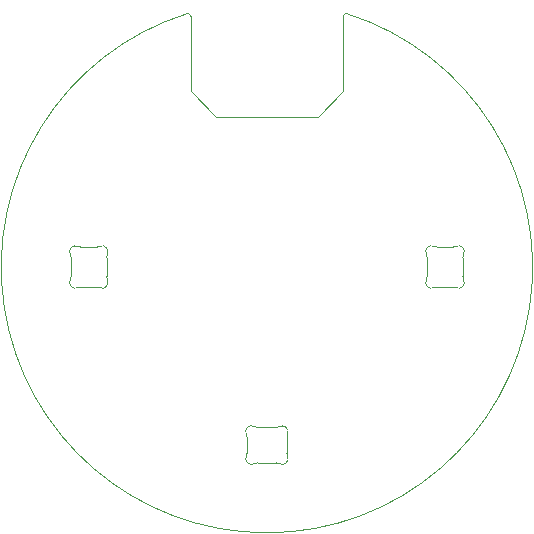
<source format=gm1>
%TF.GenerationSoftware,KiCad,Pcbnew,(6.0.4)*%
%TF.CreationDate,2022-04-07T13:26:34+02:00*%
%TF.ProjectId,Little Big Scroll 1,4c697474-6c65-4204-9269-67205363726f,v1.0*%
%TF.SameCoordinates,Original*%
%TF.FileFunction,Profile,NP*%
%FSLAX46Y46*%
G04 Gerber Fmt 4.6, Leading zero omitted, Abs format (unit mm)*
G04 Created by KiCad (PCBNEW (6.0.4)) date 2022-04-07 13:26:34*
%MOMM*%
%LPD*%
G01*
G04 APERTURE LIST*
%TA.AperFunction,Profile*%
%ADD10C,0.100000*%
%TD*%
G04 APERTURE END LIST*
D10*
X55118000Y-47990000D02*
X59410000Y-47990000D01*
X61580000Y-45820000D02*
X61579801Y-39490199D01*
X55118000Y-47990000D02*
X50830000Y-47990000D01*
X61580000Y-45820000D02*
X59410000Y-47990000D01*
X48660000Y-45820000D02*
X48660000Y-39490000D01*
X48660000Y-45820000D02*
X50830000Y-47990000D01*
X61830000Y-39240001D02*
G75*
G03*
X61579801Y-39490199I0J-250199D01*
G01*
X48409801Y-39239801D02*
G75*
G03*
X61830000Y-39240000I6709781J-21472203D01*
G01*
X48659999Y-39490000D02*
G75*
G03*
X48409801Y-39239801I-250199J0D01*
G01*
X71697999Y-61500452D02*
G75*
G03*
X71766298Y-61752710I500009J3D01*
G01*
X70900841Y-59006019D02*
G75*
G03*
X71117719Y-58956516I-41J500019D01*
G01*
X71766298Y-59659289D02*
G75*
G03*
X71117718Y-58956516I-431700J252259D01*
G01*
X69278279Y-58956516D02*
G75*
G03*
X68629701Y-59659289I-216879J-450514D01*
G01*
X71117719Y-62455484D02*
G75*
G03*
X71766296Y-61752711I216877J450515D01*
G01*
X69495157Y-62405999D02*
G75*
G03*
X69278279Y-62455484I-2J-499990D01*
G01*
X68698000Y-59911547D02*
G75*
G03*
X68629701Y-59659289I-500010J-3D01*
G01*
X71117719Y-62455484D02*
G75*
G03*
X70900842Y-62405999I-216876J-450505D01*
G01*
X68629700Y-61752711D02*
G75*
G03*
X69278279Y-62455484I431701J-252258D01*
G01*
X68629700Y-61752711D02*
G75*
G03*
X68697999Y-61500453I-431710J252261D01*
G01*
X71766298Y-59659289D02*
G75*
G03*
X71697999Y-59911548I431712J-252261D01*
G01*
X69278280Y-58956514D02*
G75*
G03*
X69495156Y-59006001I216880J450504D01*
G01*
X68698000Y-61500452D02*
X68698000Y-59911547D01*
X70900841Y-62405999D02*
X69495157Y-62405999D01*
X71697999Y-59911548D02*
X71697999Y-61500452D01*
X69495157Y-59006001D02*
X70900841Y-59006001D01*
X56817999Y-75083157D02*
X56817999Y-76488841D01*
X55912452Y-77285999D02*
X54323548Y-77285999D01*
X53418001Y-76488841D02*
X53418001Y-75083157D01*
X54323548Y-74286000D02*
X55912453Y-74286000D01*
X56867486Y-74866280D02*
G75*
G03*
X56817999Y-75083156I450504J-216880D01*
G01*
X56164711Y-77354298D02*
G75*
G03*
X55912452Y-77285999I-252261J-431712D01*
G01*
X54071289Y-74217700D02*
G75*
G03*
X54323547Y-74285999I252261J431710D01*
G01*
X54071289Y-74217700D02*
G75*
G03*
X53368516Y-74866279I-252258J-431701D01*
G01*
X53368516Y-76705719D02*
G75*
G03*
X53418001Y-76488842I-450505J216876D01*
G01*
X55912453Y-74286000D02*
G75*
G03*
X56164711Y-74217701I-3J500010D01*
G01*
X53418001Y-75083157D02*
G75*
G03*
X53368516Y-74866279I-499990J2D01*
G01*
X53368516Y-76705719D02*
G75*
G03*
X54071289Y-77354296I450515J-216877D01*
G01*
X56867484Y-74866279D02*
G75*
G03*
X56164711Y-74217701I-450514J216879D01*
G01*
X56164711Y-77354298D02*
G75*
G03*
X56867484Y-76705718I252259J431700D01*
G01*
X56817981Y-76488841D02*
G75*
G03*
X56867484Y-76705719I500019J41D01*
G01*
X54323548Y-77285999D02*
G75*
G03*
X54071290Y-77354298I3J-500009D01*
G01*
X38538001Y-59911548D02*
G75*
G03*
X38469702Y-59659290I-500009J-3D01*
G01*
X39335159Y-62405981D02*
G75*
G03*
X39118281Y-62455484I41J-500019D01*
G01*
X38469702Y-61752711D02*
G75*
G03*
X39118282Y-62455484I431700J-252259D01*
G01*
X40957721Y-62455484D02*
G75*
G03*
X41606299Y-61752711I216879J450514D01*
G01*
X39118281Y-58956516D02*
G75*
G03*
X38469704Y-59659289I-216877J-450515D01*
G01*
X40740843Y-59006001D02*
G75*
G03*
X40957721Y-58956516I2J499990D01*
G01*
X41538000Y-61500453D02*
G75*
G03*
X41606299Y-61752711I500010J3D01*
G01*
X39118281Y-58956516D02*
G75*
G03*
X39335158Y-59006001I216876J450505D01*
G01*
X41606300Y-59659289D02*
G75*
G03*
X40957721Y-58956516I-431701J252258D01*
G01*
X41606300Y-59659289D02*
G75*
G03*
X41538001Y-59911547I431710J-252261D01*
G01*
X38469702Y-61752711D02*
G75*
G03*
X38538001Y-61500452I-431712J252261D01*
G01*
X40957720Y-62455486D02*
G75*
G03*
X40740844Y-62405999I-216880J-450504D01*
G01*
X41538000Y-59911548D02*
X41538000Y-61500453D01*
X39335159Y-59006001D02*
X40740843Y-59006001D01*
X38538001Y-61500452D02*
X38538001Y-59911548D01*
X40740843Y-62405999D02*
X39335159Y-62405999D01*
M02*

</source>
